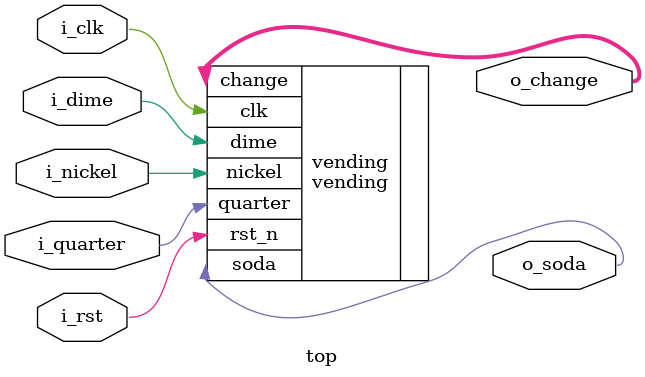
<source format=sv>
module top
(
	input logic i_clk,
	input logic i_rst,
	input logic i_nickel,
	input logic i_dime,
	input logic i_quarter,
    output logic o_soda,
    output logic [2:0] o_change
);
// wire soda;
// wire [2:0] change;

vending vending(
    .clk (i_clk),
    .rst_n (i_rst),
    .nickel(i_nickel),
    .dime(i_dime),
    .quarter(i_quarter),
    .soda(o_soda),
    .change(o_change)
);

endmodule : top

</source>
